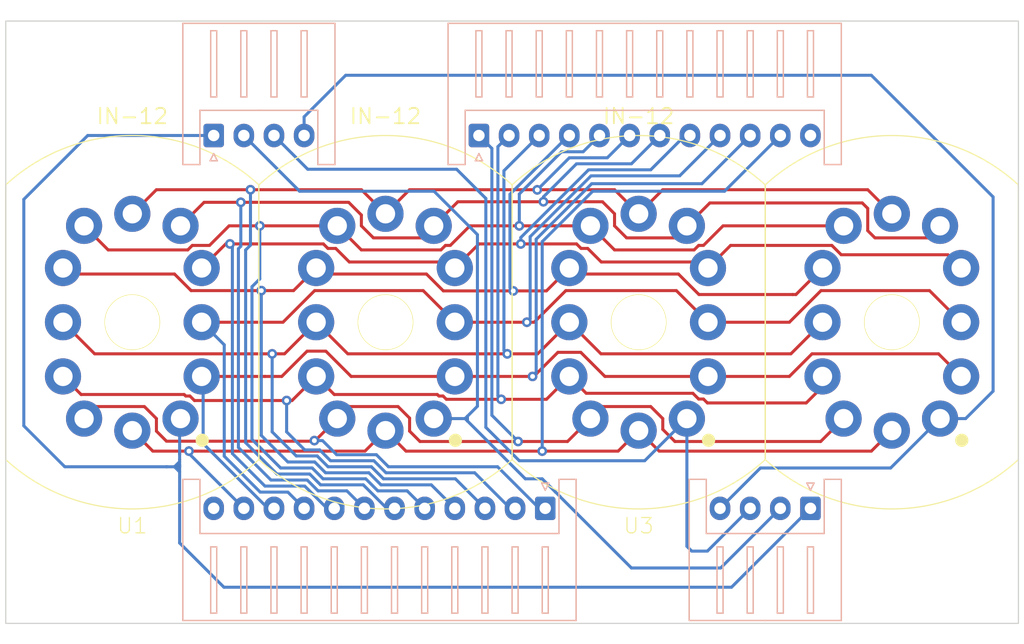
<source format=kicad_pcb>
(kicad_pcb (version 20221018) (generator pcbnew)
  (layers (0 "F.Cu" signal) (31 "B.Cu" signal) (34 "B.Paste" user) (35 "F.Paste" user) (36 "B.SilkS" user "B.Silkscreen") (37 "F.SilkS" user "F.Silkscreen") (38 "B.Mask" user) (39 "F.Mask" user) (44 "Edge.Cuts" user))
  (net 0 "")
  (net 1 "/DIG0")
  (net 2 "/DIG1")
  (net 3 "/DIG2")
  (net 4 "/DIG3")
  (net 5 "/1")
  (net 6 "/2")
  (net 7 "/3")
  (net 8 "/4")
  (net 9 "/5")
  (net 10 "/6")
  (net 11 "/7")
  (net 12 "/8")
  (net 13 "/9")
  (net 14 "/0")
  (net 15 "/LHDP")
  (footprint "MountingHole:MountingHole_3.2mm_M3" (layer "F.Cu") (at 81 3)
    (fp_text reference "" (at 0 -4.2) (layer "F.SilkS"))
    (fp_text value "")
    (pad "" np_thru_hole circle (at 0 0) (size 3.2 3.2) (drill 3.2) (layers "*.Cu" "*.Mask"))
  )
  (footprint "mylib:nixies-IN-12" (layer "F.Cu") (at 73.5 25)
    (fp_text reference "U4" hide)
    (fp_text value "IN-12" hide)
    (pad "" np_thru_hole circle (at 0 0) (size 4.5 4.5) (drill 4.5) (layers "F&B.Cu" "*.Mask"))
    (pad "1" thru_hole circle (at 4 8) (size 3 3) (drill 1.6) (layers "*.Cu" "*.Mask") (net 4 "/DIG3"))
    (pad "2" thru_hole circle (at 5.75 4.5) (size 3 3) (drill 1.6) (layers "*.Cu" "*.Mask") (net 14 "/0"))
    (pad "3" thru_hole circle (at 5.75 0) (size 3 3) (drill 1.6) (layers "*.Cu" "*.Mask") (net 13 "/9"))
    (pad "4" thru_hole circle (at 5.75 -4.5) (size 3 3) (drill 1.6) (layers "*.Cu" "*.Mask") (net 12 "/8"))
    (pad "5" thru_hole circle (at 4 -8) (size 3 3) (drill 1.6) (layers "*.Cu" "*.Mask") (net 11 "/7"))
    (pad "6" thru_hole circle (at 0 -9) (size 3 3) (drill 1.6) (layers "*.Cu" "*.Mask") (net 10 "/6"))
    (pad "7" thru_hole circle (at -4 -8) (size 3 3) (drill 1.6) (layers "*.Cu" "*.Mask") (net 9 "/5"))
    (pad "8" thru_hole circle (at -5.75 -4.5) (size 3 3) (drill 1.6) (layers "*.Cu" "*.Mask") (net 8 "/4"))
    (pad "9" thru_hole circle (at -5.75 0) (size 3 3) (drill 1.6) (layers "*.Cu" "*.Mask") (net 7 "/3"))
    (pad "10" thru_hole circle (at -5.75 4.5) (size 3 3) (drill 1.6) (layers "*.Cu" "*.Mask") (net 6 "/2"))
    (pad "11" thru_hole circle (at -4 8) (size 3 3) (drill 1.6) (layers "*.Cu" "*.Mask") (net 5 "/1"))
    (pad "12" thru_hole circle (at 0 9) (size 3 3) (drill 1.6) (layers "*.Cu" "*.Mask") (net 15 "/LHDP"))
  )
  (footprint "MountingHole:MountingHole_3.2mm_M3" (layer "F.Cu") (at 81 47)
    (fp_text reference "" (at 0 -4.2) (layer "F.SilkS"))
    (fp_text value "")
    (pad "" np_thru_hole circle (at 0 0) (size 3.2 3.2) (drill 3.2) (layers "*.Cu" "*.Mask"))
  )
  (footprint "mylib:nixies-IN-12" (layer "F.Cu") (at 10.5 25)
    (fp_text reference "U1" (at 0 16.9 180) (layer "F.SilkS") (effects (font (size 1.27 1.27) (thickness 0.1016))))
    (fp_text value "IN-12" (at 0 -17.1) (layer "F.SilkS") (effects (font (size 1.27 1.27))))
    (pad "" np_thru_hole circle (at 0 0) (size 4.5 4.5) (drill 4.5) (layers "F&B.Cu" "*.Mask"))
    (pad "1" thru_hole circle (at 4 8) (size 3 3) (drill 1.6) (layers "*.Cu" "*.Mask") (net 1 "/DIG0"))
    (pad "2" thru_hole circle (at 5.75 4.5) (size 3 3) (drill 1.6) (layers "*.Cu" "*.Mask") (net 14 "/0"))
    (pad "3" thru_hole circle (at 5.75 0) (size 3 3) (drill 1.6) (layers "*.Cu" "*.Mask") (net 13 "/9"))
    (pad "4" thru_hole circle (at 5.75 -4.5) (size 3 3) (drill 1.6) (layers "*.Cu" "*.Mask") (net 12 "/8"))
    (pad "5" thru_hole circle (at 4 -8) (size 3 3) (drill 1.6) (layers "*.Cu" "*.Mask") (net 11 "/7"))
    (pad "6" thru_hole circle (at 0 -9) (size 3 3) (drill 1.6) (layers "*.Cu" "*.Mask") (net 10 "/6"))
    (pad "7" thru_hole circle (at -4 -8) (size 3 3) (drill 1.6) (layers "*.Cu" "*.Mask") (net 9 "/5"))
    (pad "8" thru_hole circle (at -5.75 -4.5) (size 3 3) (drill 1.6) (layers "*.Cu" "*.Mask") (net 8 "/4"))
    (pad "9" thru_hole circle (at -5.75 0) (size 3 3) (drill 1.6) (layers "*.Cu" "*.Mask") (net 7 "/3"))
    (pad "10" thru_hole circle (at -5.75 4.5) (size 3 3) (drill 1.6) (layers "*.Cu" "*.Mask") (net 6 "/2"))
    (pad "11" thru_hole circle (at -4 8) (size 3 3) (drill 1.6) (layers "*.Cu" "*.Mask") (net 5 "/1"))
    (pad "12" thru_hole circle (at 0 9) (size 3 3) (drill 1.6) (layers "*.Cu" "*.Mask") (net 15 "/LHDP"))
  )
  (footprint "MountingHole:MountingHole_3.2mm_M3" (layer "F.Cu") (at 3 3)
    (fp_text reference "" (at 0 -4.2) (layer "F.SilkS"))
    (fp_text value "")
    (pad "" np_thru_hole circle (at 0 0) (size 3.2 3.2) (drill 3.2) (layers "*.Cu" "*.Mask"))
  )
  (footprint "mylib:nixies-IN-12" (layer "F.Cu") (at 52.5 25)
    (fp_text reference "U3" (at 0 16.9 180) (layer "F.SilkS") (effects (font (size 1.27 1.27) (thickness 0.1016))))
    (fp_text value "IN-12" (at 0 -17.1) (layer "F.SilkS") (effects (font (size 1.27 1.27))))
    (pad "" np_thru_hole circle (at 0 0) (size 4.5 4.5) (drill 4.5) (layers "F&B.Cu" "*.Mask"))
    (pad "1" thru_hole circle (at 4 8) (size 3 3) (drill 1.6) (layers "*.Cu" "*.Mask") (net 3 "/DIG2"))
    (pad "2" thru_hole circle (at 5.75 4.5) (size 3 3) (drill 1.6) (layers "*.Cu" "*.Mask") (net 14 "/0"))
    (pad "3" thru_hole circle (at 5.75 0) (size 3 3) (drill 1.6) (layers "*.Cu" "*.Mask") (net 13 "/9"))
    (pad "4" thru_hole circle (at 5.75 -4.5) (size 3 3) (drill 1.6) (layers "*.Cu" "*.Mask") (net 12 "/8"))
    (pad "5" thru_hole circle (at 4 -8) (size 3 3) (drill 1.6) (layers "*.Cu" "*.Mask") (net 11 "/7"))
    (pad "6" thru_hole circle (at 0 -9) (size 3 3) (drill 1.6) (layers "*.Cu" "*.Mask") (net 10 "/6"))
    (pad "7" thru_hole circle (at -4 -8) (size 3 3) (drill 1.6) (layers "*.Cu" "*.Mask") (net 9 "/5"))
    (pad "8" thru_hole circle (at -5.75 -4.5) (size 3 3) (drill 1.6) (layers "*.Cu" "*.Mask") (net 8 "/4"))
    (pad "9" thru_hole circle (at -5.75 0) (size 3 3) (drill 1.6) (layers "*.Cu" "*.Mask") (net 7 "/3"))
    (pad "10" thru_hole circle (at -5.75 4.5) (size 3 3) (drill 1.6) (layers "*.Cu" "*.Mask") (net 6 "/2"))
    (pad "11" thru_hole circle (at -4 8) (size 3 3) (drill 1.6) (layers "*.Cu" "*.Mask") (net 5 "/1"))
    (pad "12" thru_hole circle (at 0 9) (size 3 3) (drill 1.6) (layers "*.Cu" "*.Mask") (net 15 "/LHDP"))
  )
  (footprint "mylib:nixies-IN-12" (layer "F.Cu") (at 31.5 25)
    (fp_text reference "U2" hide)
    (fp_text value "IN-12" (at 0 -17.1) (layer "F.SilkS") (effects (font (size 1.27 1.27))))
    (pad "" np_thru_hole circle (at 0 0) (size 4.5 4.5) (drill 4.5) (layers "F&B.Cu" "*.Mask"))
    (pad "1" thru_hole circle (at 4 8) (size 3 3) (drill 1.6) (layers "*.Cu" "*.Mask") (net 2 "/DIG1"))
    (pad "2" thru_hole circle (at 5.75 4.5) (size 3 3) (drill 1.6) (layers "*.Cu" "*.Mask") (net 14 "/0"))
    (pad "3" thru_hole circle (at 5.75 0) (size 3 3) (drill 1.6) (layers "*.Cu" "*.Mask") (net 13 "/9"))
    (pad "4" thru_hole circle (at 5.75 -4.5) (size 3 3) (drill 1.6) (layers "*.Cu" "*.Mask") (net 12 "/8"))
    (pad "5" thru_hole circle (at 4 -8) (size 3 3) (drill 1.6) (layers "*.Cu" "*.Mask") (net 11 "/7"))
    (pad "6" thru_hole circle (at 0 -9) (size 3 3) (drill 1.6) (layers "*.Cu" "*.Mask") (net 10 "/6"))
    (pad "7" thru_hole circle (at -4 -8) (size 3 3) (drill 1.6) (layers "*.Cu" "*.Mask") (net 9 "/5"))
    (pad "8" thru_hole circle (at -5.75 -4.5) (size 3 3) (drill 1.6) (layers "*.Cu" "*.Mask") (net 8 "/4"))
    (pad "9" thru_hole circle (at -5.75 0) (size 3 3) (drill 1.6) (layers "*.Cu" "*.Mask") (net 7 "/3"))
    (pad "10" thru_hole circle (at -5.75 4.5) (size 3 3) (drill 1.6) (layers "*.Cu" "*.Mask") (net 6 "/2"))
    (pad "11" thru_hole circle (at -4 8) (size 3 3) (drill 1.6) (layers "*.Cu" "*.Mask") (net 5 "/1"))
    (pad "12" thru_hole circle (at 0 9) (size 3 3) (drill 1.6) (layers "*.Cu" "*.Mask") (net 15 "/LHDP"))
  )
  (footprint "MountingHole:MountingHole_3.2mm_M3" (layer "F.Cu") (at 3 47)
    (fp_text reference "" (at 0 -4.2) (layer "F.SilkS"))
    (fp_text value "")
    (pad "" np_thru_hole circle (at 0 0) (size 3.2 3.2) (drill 3.2) (layers "*.Cu" "*.Mask"))
  )
  (footprint "Connector_JST:JST_XH_S12B-XH-A_1x12_P2.50mm_Horizontal" (layer "B.Cu") (at 39.25 9.5)
    (fp_text reference "J3" hide)
    (fp_text value "Conn_01x12_Pin")
    (pad "1" thru_hole roundrect (at 0 0) (size 1.7 1.95) (drill 0.95) (layers "*.Cu" "*.Mask") (roundrect_rratio 0.147059) (net 5 "/1"))
    (pad "2" thru_hole oval (at 2.5 0) (size 1.7 1.95) (drill 0.95) (layers "*.Cu" "*.Mask") (net 6 "/2"))
    (pad "3" thru_hole oval (at 5 0) (size 1.7 1.95) (drill 0.95) (layers "*.Cu" "*.Mask") (net 7 "/3"))
    (pad "4" thru_hole oval (at 7.5 0) (size 1.7 1.95) (drill 0.95) (layers "*.Cu" "*.Mask") (net 8 "/4"))
    (pad "5" thru_hole oval (at 10 0) (size 1.7 1.95) (drill 0.95) (layers "*.Cu" "*.Mask") (net 9 "/5"))
    (pad "6" thru_hole oval (at 12.5 0) (size 1.7 1.95) (drill 0.95) (layers "*.Cu" "*.Mask") (net 10 "/6"))
    (pad "7" thru_hole oval (at 15 0) (size 1.7 1.95) (drill 0.95) (layers "*.Cu" "*.Mask") (net 11 "/7"))
    (pad "8" thru_hole oval (at 17.5 0) (size 1.7 1.95) (drill 0.95) (layers "*.Cu" "*.Mask") (net 12 "/8"))
    (pad "9" thru_hole oval (at 20 0) (size 1.7 1.95) (drill 0.95) (layers "*.Cu" "*.Mask") (net 13 "/9"))
    (pad "10" thru_hole oval (at 22.5 0) (size 1.7 1.95) (drill 0.95) (layers "*.Cu" "*.Mask") (net 14 "/0"))
    (pad "11" thru_hole oval (at 25 0) (size 1.7 1.95) (drill 0.95) (layers "*.Cu" "*.Mask") (net 15 "/LHDP"))
    (pad "12" thru_hole oval (at 27.5 0) (size 1.7 1.95) (drill 0.95) (layers "*.Cu" "*.Mask"))
  )
  (footprint "Connector_JST:JST_XH_S12B-XH-A_1x12_P2.50mm_Horizontal" (layer "B.Cu") (at 44.75 40.45 180)
    (fp_text reference "J4" hide)
    (fp_text value "Conn_01x12_Pin")
    (pad "1" thru_hole roundrect (at 0 0 180) (size 1.7 1.95) (drill 0.95) (layers "*.Cu" "*.Mask") (roundrect_rratio 0.147059) (net 5 "/1"))
    (pad "2" thru_hole oval (at 2.5 0 180) (size 1.7 1.95) (drill 0.95) (layers "*.Cu" "*.Mask") (net 6 "/2"))
    (pad "3" thru_hole oval (at 5 0 180) (size 1.7 1.95) (drill 0.95) (layers "*.Cu" "*.Mask") (net 7 "/3"))
    (pad "4" thru_hole oval (at 7.5 0 180) (size 1.7 1.95) (drill 0.95) (layers "*.Cu" "*.Mask") (net 8 "/4"))
    (pad "5" thru_hole oval (at 10 0 180) (size 1.7 1.95) (drill 0.95) (layers "*.Cu" "*.Mask") (net 9 "/5"))
    (pad "6" thru_hole oval (at 12.5 0 180) (size 1.7 1.95) (drill 0.95) (layers "*.Cu" "*.Mask") (net 10 "/6"))
    (pad "7" thru_hole oval (at 15 0 180) (size 1.7 1.95) (drill 0.95) (layers "*.Cu" "*.Mask") (net 11 "/7"))
    (pad "8" thru_hole oval (at 17.5 0 180) (size 1.7 1.95) (drill 0.95) (layers "*.Cu" "*.Mask") (net 12 "/8"))
    (pad "9" thru_hole oval (at 20 0 180) (size 1.7 1.95) (drill 0.95) (layers "*.Cu" "*.Mask") (net 13 "/9"))
    (pad "10" thru_hole oval (at 22.5 0 180) (size 1.7 1.95) (drill 0.95) (layers "*.Cu" "*.Mask") (net 14 "/0"))
    (pad "11" thru_hole oval (at 25 0 180) (size 1.7 1.95) (drill 0.95) (layers "*.Cu" "*.Mask") (net 15 "/LHDP"))
    (pad "12" thru_hole oval (at 27.5 0 180) (size 1.7 1.95) (drill 0.95) (layers "*.Cu" "*.Mask"))
  )
  (footprint "Connector_JST:JST_XH_S4B-XH-A_1x04_P2.50mm_Horizontal" (layer "B.Cu") (at 17.25 9.5)
    (fp_text reference "J1" hide)
    (fp_text value "Conn_01x04_Pin")
    (pad "1" thru_hole roundrect (at 0 0) (size 1.7 1.95) (drill 0.95) (layers "*.Cu" "*.Mask") (roundrect_rratio 0.147059) (net 1 "/DIG0"))
    (pad "2" thru_hole oval (at 2.5 0) (size 1.7 1.95) (drill 0.95) (layers "*.Cu" "*.Mask") (net 2 "/DIG1"))
    (pad "3" thru_hole oval (at 5 0) (size 1.7 1.95) (drill 0.95) (layers "*.Cu" "*.Mask") (net 3 "/DIG2"))
    (pad "4" thru_hole oval (at 7.5 0) (size 1.7 1.95) (drill 0.95) (layers "*.Cu" "*.Mask") (net 4 "/DIG3"))
  )
  (footprint "Connector_JST:JST_XH_S4B-XH-A_1x04_P2.50mm_Horizontal" (layer "B.Cu") (at 66.75 40.45 180)
    (fp_text reference "J2" hide)
    (fp_text value "Conn_01x04_Pin")
    (pad "1" thru_hole roundrect (at 0 0 180) (size 1.7 1.95) (drill 0.95) (layers "*.Cu" "*.Mask") (roundrect_rratio 0.147059) (net 1 "/DIG0"))
    (pad "2" thru_hole oval (at 2.5 0 180) (size 1.7 1.95) (drill 0.95) (layers "*.Cu" "*.Mask") (net 2 "/DIG1"))
    (pad "3" thru_hole oval (at 5 0 180) (size 1.7 1.95) (drill 0.95) (layers "*.Cu" "*.Mask") (net 3 "/DIG2"))
    (pad "4" thru_hole oval (at 7.5 0 180) (size 1.7 1.95) (drill 0.95) (layers "*.Cu" "*.Mask") (net 4 "/DIG3"))
  )
  (gr_rect (start 0 0) (end 84 50) (stroke (width 0.1)) (fill none) (layer "Edge.Cuts"))
  (segment (start 14 37) (end 14.425 37) (width 0.25) (layer "B.Cu") (net 1))
  (segment (start 17.25 9.5) (end 6.8 9.5) (width 0.25) (layer "B.Cu") (net 1))
  (segment (start 66.75 40.45) (end 60.2 47) (width 0.25) (layer "B.Cu") (net 1))
  (segment (start 13.3 37) (end 14 37) (width 0.25) (layer "B.Cu") (net 1))
  (segment (start 18.1 47) (end 14.425 43.325) (width 0.25) (layer "B.Cu") (net 1))
  (segment (start 60.2 47) (end 18.1 47) (width 0.25) (layer "B.Cu") (net 1))
  (segment (start 14.425 33.075) (end 14.5 33) (width 0.25) (layer "B.Cu") (net 1))
  (segment (start 14.425 37) (end 14.425 36.4) (width 0.25) (layer "B.Cu") (net 1))
  (segment (start 14.425 36.575) (end 14 37) (width 0.25) (layer "B.Cu") (net 1))
  (segment (start 1.5 14.8) (end 1.5 33.6) (width 0.25) (layer "B.Cu") (net 1))
  (segment (start 14 37) (end 14.425 37.425) (width 0.25) (layer "B.Cu") (net 1))
  (segment (start 4.9 37) (end 13.4 37) (width 0.25) (layer "B.Cu") (net 1))
  (segment (start 14.425 35.9) (end 14.425 33.075) (width 0.25) (layer "B.Cu") (net 1))
  (segment (start 14.425 36.825) (end 14.425 37) (width 0.25) (layer "B.Cu") (net 1))
  (segment (start 14.425 43.325) (end 14.425 37) (width 0.25) (layer "B.Cu") (net 1))
  (segment (start 14.425 35.9) (end 14.425 35.975) (width 0.25) (layer "B.Cu") (net 1))
  (segment (start 14.425 36.4) (end 14.425 35.9) (width 0.25) (layer "B.Cu") (net 1))
  (segment (start 1.5 33.6) (end 4.9 37) (width 0.25) (layer "B.Cu") (net 1))
  (segment (start 6.8 9.5) (end 1.5 14.8) (width 0.25) (layer "B.Cu") (net 1))
  (segment (start 38.1 33) (end 35.5 33) (width 0.25) (layer "B.Cu") (net 2))
  (segment (start 39.125 17.725) (end 39.125 31.975) (width 0.25) (layer "B.Cu") (net 2))
  (segment (start 24.375 14.125) (end 35.525 14.125) (width 0.25) (layer "B.Cu") (net 2))
  (segment (start 45.6 39.1) (end 44.5 38) (width 0.25) (layer "B.Cu") (net 2))
  (segment (start 51.9 45.4) (end 45.975 39.475) (width 0.25) (layer "B.Cu") (net 2))
  (segment (start 19.75 9.5) (end 24.375 14.125) (width 0.25) (layer "B.Cu") (net 2))
  (segment (start 35.525 14.125) (end 39.125 17.725) (width 0.25) (layer "B.Cu") (net 2))
  (segment (start 44.5 38) (end 43.1 38) (width 0.25) (layer "B.Cu") (net 2))
  (segment (start 43.1 38) (end 38.3 33.2) (width 0.25) (layer "B.Cu") (net 2))
  (segment (start 38.3 33.2) (end 38.1 33) (width 0.25) (layer "B.Cu") (net 2))
  (segment (start 45.975 39.475) (end 45.975 39.466117) (width 0.25) (layer "B.Cu") (net 2))
  (segment (start 45.975 39.466117) (end 45.608883 39.1) (width 0.25) (layer "B.Cu") (net 2))
  (segment (start 38.3 32.8) (end 38.3 33.2) (width 0.25) (layer "B.Cu") (net 2))
  (segment (start 39.125 31.975) (end 38.3 32.8) (width 0.25) (layer "B.Cu") (net 2))
  (segment (start 38.3 32.8) (end 38.1 33) (width 0.25) (layer "B.Cu") (net 2))
  (segment (start 64.25 40.45) (end 59.3 45.4) (width 0.25) (layer "B.Cu") (net 2))
  (segment (start 59.3 45.4) (end 51.9 45.4) (width 0.25) (layer "B.Cu") (net 2))
  (segment (start 45.608883 39.1) (end 45.6 39.1) (width 0.25) (layer "B.Cu") (net 2))
  (segment (start 37.4 12.3) (end 39.823792 14.723792) (width 0.25) (layer "B.Cu") (net 3))
  (segment (start 53 36.5) (end 56.5 33) (width 0.25) (layer "B.Cu") (net 3))
  (segment (start 61.75 40.45) (end 58.2 44) (width 0.25) (layer "B.Cu") (net 3))
  (segment (start 42.6 36.5) (end 53 36.5) (width 0.25) (layer "B.Cu") (net 3))
  (segment (start 56.5 43.6) (end 56.5 33) (width 0.25) (layer "B.Cu") (net 3))
  (segment (start 39.823792 33.723792) (end 42.6 36.5) (width 0.25) (layer "B.Cu") (net 3))
  (segment (start 56.9 44) (end 56.5 43.6) (width 0.25) (layer "B.Cu") (net 3))
  (segment (start 58.2 44) (end 56.9 44) (width 0.25) (layer "B.Cu") (net 3))
  (segment (start 22.25 9.5) (end 25.05 12.3) (width 0.25) (layer "B.Cu") (net 3))
  (segment (start 39.823792 14.723792) (end 39.823792 33.723792) (width 0.25) (layer "B.Cu") (net 3))
  (segment (start 25.05 12.3) (end 37.4 12.3) (width 0.25) (layer "B.Cu") (net 3))
  (segment (start 62.6 37.1) (end 73.4 37.1) (width 0.25) (layer "B.Cu") (net 4))
  (segment (start 71.8 4.5) (end 81.9 14.6) (width 0.25) (layer "B.Cu") (net 4))
  (segment (start 28.2 4.5) (end 71.8 4.5) (width 0.25) (layer "B.Cu") (net 4))
  (segment (start 73.4 37.1) (end 77.5 33) (width 0.25) (layer "B.Cu") (net 4))
  (segment (start 24.75 9.5) (end 24.75 7.95) (width 0.25) (layer "B.Cu") (net 4))
  (segment (start 79.62132 33) (end 77.5 33) (width 0.25) (layer "B.Cu") (net 4))
  (segment (start 81.9 30.72132) (end 79.62132 33) (width 0.25) (layer "B.Cu") (net 4))
  (segment (start 81.9 14.6) (end 81.9 30.72132) (width 0.25) (layer "B.Cu") (net 4))
  (segment (start 59.25 40.45) (end 62.6 37.1) (width 0.25) (layer "B.Cu") (net 4))
  (segment (start 24.75 7.95) (end 28.2 4.5) (width 0.25) (layer "B.Cu") (net 4))
  (segment (start 48.5 33) (end 49.5 32) (width 0.25) (layer "F.Cu") (net 5))
  (segment (start 13.33453 34.875) (end 25.625 34.875) (width 0.25) (layer "F.Cu") (net 5))
  (segment (start 28.5 32) (end 27.5 33) (width 0.25) (layer "F.Cu") (net 5))
  (segment (start 42.5 34.9) (end 34.35953 34.9) (width 0.25) (layer "F.Cu") (net 5))
  (segment (start 46.6 34.9) (end 48.5 33) (width 0.25) (layer "F.Cu") (net 5))
  (segment (start 12.5 33) (end 12.5 34.04047) (width 0.25) (layer "F.Cu") (net 5))
  (segment (start 53.5 32) (end 54.5 33) (width 0.25) (layer "F.Cu") (net 5))
  (segment (start 7.5 32) (end 11.5 32) (width 0.25) (layer "F.Cu") (net 5))
  (segment (start 54.5 33.895235) (end 55.504765 34.9) (width 0.25) (layer "F.Cu") (net 5))
  (segment (start 55.504765 34.9) (end 67.6 34.9) (width 0.25) (layer "F.Cu") (net 5))
  (segment (start 67.6 34.9) (end 69.5 33) (width 0.25) (layer "F.Cu") (net 5))
  (segment (start 54.5 33) (end 54.5 33.895235) (width 0.25) (layer "F.Cu") (net 5))
  (segment (start 49.5 32) (end 53.5 32) (width 0.25) (layer "F.Cu") (net 5))
  (segment (start 11.5 32) (end 12.5 33) (width 0.25) (layer "F.Cu") (net 5))
  (segment (start 12.5 34.04047) (end 13.33453 34.875) (width 0.25) (layer "F.Cu") (net 5))
  (segment (start 34.35953 34.9) (end 33.5 34.04047) (width 0.25) (layer "F.Cu") (net 5))
  (segment (start 33.5 32.95953) (end 32.54047 32) (width 0.25) (layer "F.Cu") (net 5))
  (segment (start 42.5 34.9) (end 46.6 34.9) (width 0.25) (layer "F.Cu") (net 5))
  (segment (start 6.5 33) (end 7.5 32) (width 0.25) (layer "F.Cu") (net 5))
  (segment (start 33.5 34.04047) (end 33.5 32.95953) (width 0.25) (layer "F.Cu") (net 5))
  (segment (start 32.54047 32) (end 28.5 32) (width 0.25) (layer "F.Cu") (net 5))
  (segment (start 25.625 34.875) (end 27.5 33) (width 0.25) (layer "F.Cu") (net 5))
  (via (at 42.5 34.9) (size 0.8) (drill 0.4) (layers "F.Cu" "B.Cu") (net 5))
  (via (at 25.6 34.8255) (size 0.8) (drill 0.4) (layers "F.Cu" "B.Cu") (net 5))
  (segment (start 26.275242 34.8255) (end 27.449742 36) (width 0.25) (layer "B.Cu") (net 5))
  (segment (start 40.8 37) (end 44.25 40.45) (width 0.25) (layer "B.Cu") (net 5))
  (segment (start 44.25 40.45) (end 44.75 40.45) (width 0.25) (layer "B.Cu") (net 5))
  (segment (start 40.323792 32.723792) (end 40.323792 10.573792) (width 0.25) (layer "B.Cu") (net 5))
  (segment (start 27.449742 36) (end 30.746318 36) (width 0.25) (layer "B.Cu") (net 5))
  (segment (start 25.6 34.8255) (end 26.275242 34.8255) (width 0.25) (layer "B.Cu") (net 5))
  (segment (start 40.323792 10.573792) (end 39.25 9.5) (width 0.25) (layer "B.Cu") (net 5))
  (segment (start 42.5 34.9) (end 40.323792 32.723792) (width 0.25) (layer "B.Cu") (net 5))
  (segment (start 31.746318 37) (end 40.8 37) (width 0.25) (layer "B.Cu") (net 5))
  (segment (start 30.746318 36) (end 31.746318 37) (width 0.25) (layer "B.Cu") (net 5))
  (segment (start 36.276651 31.125) (end 36.551651 31.4) (width 0.25) (layer "F.Cu") (net 6))
  (segment (start 44.85 31.4) (end 46.75 29.5) (width 0.25) (layer "F.Cu") (net 6))
  (segment (start 15.651651 31.5) (end 23.75 31.5) (width 0.25) (layer "F.Cu") (net 6))
  (segment (start 67.75 30.35) (end 67.75 29.5) (width 0.25) (layer "F.Cu") (net 6))
  (segment (start 57.875 31.375) (end 57.473349 31.375) (width 0.25) (layer "F.Cu") (net 6))
  (segment (start 4.75 29.5) (end 6.25 31) (width 0.25) (layer "F.Cu") (net 6))
  (segment (start 35.8 31) (end 35.925 31.125) (width 0.25) (layer "F.Cu") (net 6))
  (segment (start 66.4 31.7) (end 67.75 30.35) (width 0.25) (layer "F.Cu") (net 6))
  (segment (start 56.998349 30.9) (end 48.15 30.9) (width 0.25) (layer "F.Cu") (net 6))
  (segment (start 27.25 31) (end 35.8 31) (width 0.25) (layer "F.Cu") (net 6))
  (segment (start 15.276651 31.125) (end 15.651651 31.5) (width 0.25) (layer "F.Cu") (net 6))
  (segment (start 48.15 30.9) (end 46.75 29.5) (width 0.25) (layer "F.Cu") (net 6))
  (segment (start 66.4 31.7) (end 58.2 31.7) (width 0.25) (layer "F.Cu") (net 6))
  (segment (start 35.925 31.125) (end 36.276651 31.125) (width 0.25) (layer "F.Cu") (net 6))
  (segment (start 36.551651 31.4) (end 44.85 31.4) (width 0.25) (layer "F.Cu") (net 6))
  (segment (start 14.8 31) (end 14.925 31.125) (width 0.25) (layer "F.Cu") (net 6))
  (segment (start 23.75 31.5) (end 25.75 29.5) (width 0.25) (layer "F.Cu") (net 6))
  (segment (start 14.925 31.125) (end 15.276651 31.125) (width 0.25) (layer "F.Cu") (net 6))
  (segment (start 57.473349 31.375) (end 56.998349 30.9) (width 0.25) (layer "F.Cu") (net 6))
  (segment (start 58.2 31.7) (end 57.875 31.375) (width 0.25) (layer "F.Cu") (net 6))
  (segment (start 6.25 31) (end 14.8 31) (width 0.25) (layer "F.Cu") (net 6))
  (segment (start 25.75 29.5) (end 27.25 31) (width 0.25) (layer "F.Cu") (net 6))
  (via (at 41.098292 31.4) (size 0.8) (drill 0.4) (layers "F.Cu" "B.Cu") (net 6))
  (via (at 23.3 31.5) (size 0.8) (drill 0.4) (layers "F.Cu" "B.Cu") (net 6))
  (segment (start 40.823792 10.426208) (end 41.75 9.5) (width 0.25) (layer "B.Cu") (net 6))
  (segment (start 38.9 37.5) (end 41.85 40.45) (width 0.25) (layer "B.Cu") (net 6))
  (segment (start 30.539214 36.5) (end 31.539212 37.5) (width 0.25) (layer "B.Cu") (net 6))
  (segment (start 24.8 35.6) (end 26.042636 35.6) (width 0.25) (layer "B.Cu") (net 6))
  (segment (start 26.042636 35.6) (end 26.942636 36.5) (width 0.25) (layer "B.Cu") (net 6))
  (segment (start 23.3 31.5) (end 23.3 34.1) (width 0.25) (layer "B.Cu") (net 6))
  (segment (start 41.85 40.45) (end 42.25 40.45) (width 0.25) (layer "B.Cu") (net 6))
  (segment (start 41.098292 31.4) (end 40.823792 31.1255) (width 0.25) (layer "B.Cu") (net 6))
  (segment (start 23.3 34.1) (end 24.8 35.6) (width 0.25) (layer "B.Cu") (net 6))
  (segment (start 40.823792 31.1255) (end 40.823792 10.426208) (width 0.25) (layer "B.Cu") (net 6))
  (segment (start 31.539212 37.5) (end 38.9 37.5) (width 0.25) (layer "B.Cu") (net 6))
  (segment (start 26.942636 36.5) (end 30.539214 36.5) (width 0.25) (layer "B.Cu") (net 6))
  (segment (start 23.125 27.625) (end 25.75 25) (width 0.25) (layer "F.Cu") (net 7))
  (segment (start 65.125 27.625) (end 67.75 25) (width 0.25) (layer "F.Cu") (net 7))
  (segment (start 46.75 25) (end 49.375 27.625) (width 0.25) (layer "F.Cu") (net 7))
  (segment (start 4.75 25) (end 7.375 27.625) (width 0.25) (layer "F.Cu") (net 7))
  (segment (start 49.375 27.625) (end 65.125 27.625) (width 0.25) (layer "F.Cu") (net 7))
  (segment (start 44.125 27.625) (end 46.75 25) (width 0.25) (layer "F.Cu") (net 7))
  (segment (start 7.375 27.625) (end 23.125 27.625) (width 0.25) (layer "F.Cu") (net 7))
  (segment (start 28.375 27.625) (end 44.125 27.625) (width 0.25) (layer "F.Cu") (net 7))
  (segment (start 25.75 25) (end 28.375 27.625) (width 0.25) (layer "F.Cu") (net 7))
  (via (at 41.598292 27.625) (size 0.8) (drill 0.4) (layers "F.Cu" "B.Cu") (net 7))
  (via (at 22.1 27.625) (size 0.8) (drill 0.4) (layers "F.Cu" "B.Cu") (net 7))
  (segment (start 41.323792 27.3505) (end 41.323792 12.426208) (width 0.25) (layer "B.Cu") (net 7))
  (segment (start 41.598292 27.625) (end 41.323792 27.3505) (width 0.25) (layer "B.Cu") (net 7))
  (segment (start 25.83553 36.1) (end 26.73553 37) (width 0.25) (layer "B.Cu") (net 7))
  (segment (start 41.323792 12.426208) (end 44.25 9.5) (width 0.25) (layer "B.Cu") (net 7))
  (segment (start 22.1 34.1) (end 24.1 36.1) (width 0.25) (layer "B.Cu") (net 7))
  (segment (start 30.332107 37) (end 31.332106 38) (width 0.25) (layer "B.Cu") (net 7))
  (segment (start 31.332106 38) (end 37.3 38) (width 0.25) (layer "B.Cu") (net 7))
  (segment (start 26.73553 37) (end 30.332107 37) (width 0.25) (layer "B.Cu") (net 7))
  (segment (start 37.3 38) (end 39.75 40.45) (width 0.25) (layer "B.Cu") (net 7))
  (segment (start 22.1 27.625) (end 22.1 34.1) (width 0.25) (layer "B.Cu") (net 7))
  (segment (start 24.1 36.1) (end 25.83553 36.1) (width 0.25) (layer "B.Cu") (net 7))
  (segment (start 15.375 22.375) (end 23.875 22.375) (width 0.25) (layer "F.Cu") (net 8))
  (segment (start 4.75 20.5) (end 5.25 21) (width 0.25) (layer "F.Cu") (net 8))
  (segment (start 26.25 21) (end 34.9 21) (width 0.25) (layer "F.Cu") (net 8))
  (segment (start 34.9 21) (end 36.3 22.4) (width 0.25) (layer "F.Cu") (net 8))
  (segment (start 55.8 21) (end 47.25 21) (width 0.25) (layer "F.Cu") (net 8))
  (segment (start 44.85 22.4) (end 46.75 20.5) (width 0.25) (layer "F.Cu") (net 8))
  (segment (start 25.75 20.5) (end 26.25 21) (width 0.25) (layer "F.Cu") (net 8))
  (segment (start 65.2745 22.7) (end 57.5 22.7) (width 0.25) (layer "F.Cu") (net 8))
  (segment (start 65.2745 22.7) (end 65.55 22.7) (width 0.25) (layer "F.Cu") (net 8))
  (segment (start 36.3 22.4) (end 44.85 22.4) (width 0.25) (layer "F.Cu") (net 8))
  (segment (start 5.25 21) (end 14 21) (width 0.25) (layer "F.Cu") (net 8))
  (segment (start 23.875 22.375) (end 25.75 20.5) (width 0.25) (layer "F.Cu") (net 8))
  (segment (start 14 21) (end 15.375 22.375) (width 0.25) (layer "F.Cu") (net 8))
  (segment (start 57.5 22.7) (end 55.8 21) (width 0.25) (layer "F.Cu") (net 8))
  (segment (start 47.25 21) (end 46.75 20.5) (width 0.25) (layer "F.Cu") (net 8))
  (segment (start 65.55 22.7) (end 67.75 20.5) (width 0.25) (layer "F.Cu") (net 8))
  (via (at 42.098292 22.4) (size 0.8) (drill 0.4) (layers "F.Cu" "B.Cu") (net 8))
  (via (at 21.2 22.375) (size 0.8) (drill 0.4) (layers "F.Cu" "B.Cu") (net 8))
  (segment (start 31.125 38.5) (end 35.3 38.5) (width 0.25) (layer "B.Cu") (net 8))
  (segment (start 21.2 22.375) (end 21.2 34.4) (width 0.25) (layer "B.Cu") (net 8))
  (segment (start 30.125 37.5) (end 31.125 38.5) (width 0.25) (layer "B.Cu") (net 8))
  (segment (start 21.2 34.4) (end 23.4 36.6) (width 0.25) (layer "B.Cu") (net 8))
  (segment (start 42.098292 22.4) (end 41.823792 22.1255) (width 0.25) (layer "B.Cu") (net 8))
  (segment (start 46.7 9.5) (end 46.75 9.5) (width 0.25) (layer "B.Cu") (net 8))
  (segment (start 26.528424 37.5) (end 30.125 37.5) (width 0.25) (layer "B.Cu") (net 8))
  (segment (start 35.3 38.5) (end 37.25 40.45) (width 0.25) (layer "B.Cu") (net 8))
  (segment (start 41.823792 22.1255) (end 41.823792 14.376208) (width 0.25) (layer "B.Cu") (net 8))
  (segment (start 41.823792 14.376208) (end 46.7 9.5) (width 0.25) (layer "B.Cu") (net 8))
  (segment (start 23.4 36.6) (end 25.628424 36.6) (width 0.25) (layer "B.Cu") (net 8))
  (segment (start 25.628424 36.6) (end 26.528424 37.5) (width 0.25) (layer "B.Cu") (net 8))
  (segment (start 15.473349 18.625) (end 16.901651 18.625) (width 0.25) (layer "F.Cu") (net 9))
  (segment (start 16.901651 18.625) (end 18.526651 17) (width 0.25) (layer "F.Cu") (net 9))
  (segment (start 50.5 19) (end 57.098349 19) (width 0.25) (layer "F.Cu") (net 9))
  (segment (start 36.098349 19) (end 36.473349 18.625) (width 0.25) (layer "F.Cu") (net 9))
  (segment (start 29.5 19) (end 36.098349 19) (width 0.25) (layer "F.Cu") (net 9))
  (segment (start 18.526651 17) (end 27.5 17) (width 0.25) (layer "F.Cu") (net 9))
  (segment (start 27.5 17) (end 29.5 19) (width 0.25) (layer "F.Cu") (net 9))
  (segment (start 57.473349 18.625) (end 57.875 18.625) (width 0.25) (layer "F.Cu") (net 9))
  (segment (start 57.098349 19) (end 57.473349 18.625) (width 0.25) (layer "F.Cu") (net 9))
  (segment (start 36.473349 18.625) (end 36.875 18.625) (width 0.25) (layer "F.Cu") (net 9))
  (segment (start 15.098349 19) (end 15.473349 18.625) (width 0.25) (layer "F.Cu") (net 9))
  (segment (start 6.5 17) (end 8.5 19) (width 0.25) (layer "F.Cu") (net 9))
  (segment (start 59.5 17) (end 69.5 17) (width 0.25) (layer "F.Cu") (net 9))
  (segment (start 38.5 17) (end 48.5 17) (width 0.25) (layer "F.Cu") (net 9))
  (segment (start 8.5 19) (end 15.098349 19) (width 0.25) (layer "F.Cu") (net 9))
  (segment (start 57.875 18.625) (end 59.5 17) (width 0.25) (layer "F.Cu") (net 9))
  (segment (start 48.5 17) (end 50.5 19) (width 0.25) (layer "F.Cu") (net 9))
  (segment (start 36.875 18.625) (end 38.5 17) (width 0.25) (layer "F.Cu") (net 9))
  (via (at 21.0745 17) (size 0.8) (drill 0.4) (layers "F.Cu" "B.Cu") (net 9))
  (via (at 42.598292 16.999293) (size 0.8) (drill 0.4) (layers "F.Cu" "B.Cu") (net 9))
  (segment (start 42.6 14.356399) (end 46.106399 10.85) (width 0.25) (layer "B.Cu") (net 9))
  (segment (start 21.0745 21.404484) (end 21.0745 17) (width 0.25) (layer "B.Cu") (net 9))
  (segment (start 29.864518 38) (end 26.321318 38) (width 0.25) (layer "B.Cu") (net 9))
  (segment (start 46.106399 10.85) (end 47.9 10.85) (width 0.25) (layer "B.Cu") (net 9))
  (segment (start 30.864518 39) (end 29.864518 38) (width 0.25) (layer "B.Cu") (net 9))
  (segment (start 42.6 16.997585) (end 42.6 14.356399) (width 0.25) (layer "B.Cu") (net 9))
  (segment (start 42.598292 16.999293) (end 42.6 16.997585) (width 0.25) (layer "B.Cu") (net 9))
  (segment (start 33.3 39) (end 30.864518 39) (width 0.25) (layer "B.Cu") (net 9))
  (segment (start 47.9 10.85) (end 49.25 9.5) (width 0.25) (layer "B.Cu") (net 9))
  (segment (start 20.425 34.725) (end 20.425 22.053984) (width 0.25) (layer "B.Cu") (net 9))
  (segment (start 26.321318 38) (end 25.421318 37.1) (width 0.25) (layer "B.Cu") (net 9))
  (segment (start 20.425 22.053984) (end 21.0745 21.404484) (width 0.25) (layer "B.Cu") (net 9))
  (segment (start 34.75 40.45) (end 33.3 39) (width 0.25) (layer "B.Cu") (net 9))
  (segment (start 25.421318 37.1) (end 22.8 37.1) (width 0.25) (layer "B.Cu") (net 9))
  (segment (start 22.8 37.1) (end 20.425 34.725) (width 0.25) (layer "B.Cu") (net 9))
  (segment (start 29.5 14) (end 31.5 16) (width 0.25) (layer "F.Cu") (net 10))
  (segment (start 71.5 14) (end 73.5 16) (width 0.25) (layer "F.Cu") (net 10))
  (segment (start 12.5 14) (end 20.3 14) (width 0.25) (layer "F.Cu") (net 10))
  (segment (start 33.5 14) (end 50.5 14) (width 0.25) (layer "F.Cu") (net 10))
  (segment (start 31.5 16) (end 33.5 14) (width 0.25) (layer "F.Cu") (net 10))
  (segment (start 20.3 14) (end 29.5 14) (width 0.25) (layer "F.Cu") (net 10))
  (segment (start 52.5 16) (end 54.5 14) (width 0.25) (layer "F.Cu") (net 10))
  (segment (start 54.5 14) (end 71.5 14) (width 0.25) (layer "F.Cu") (net 10))
  (segment (start 10.5 16) (end 12.5 14) (width 0.25) (layer "F.Cu") (net 10))
  (segment (start 50.5 14) (end 52.5 16) (width 0.25) (layer "F.Cu") (net 10))
  (via (at 44.088408 14.012299) (size 0.8) (drill 0.4) (layers "F.Cu" "B.Cu") (net 10))
  (via (at 20.3 14) (size 0.8) (drill 0.4) (layers "F.Cu" "B.Cu") (net 10))
  (segment (start 32.25 40.45) (end 31.607412 40.45) (width 0.25) (layer "B.Cu") (net 10))
  (segment (start 19.9 19.003122) (end 20.3 18.603122) (width 0.25) (layer "B.Cu") (net 10))
  (segment (start 44.088408 14.012299) (end 44.088408 14.011592) (width 0.25) (layer "B.Cu") (net 10))
  (segment (start 20.3 18.603122) (end 20.3 14) (width 0.25) (layer "B.Cu") (net 10))
  (segment (start 46.75 11.35) (end 49.9 11.35) (width 0.25) (layer "B.Cu") (net 10))
  (segment (start 29.657412 38.5) (end 26.114212 38.5) (width 0.25) (layer "B.Cu") (net 10))
  (segment (start 49.9 11.35) (end 51.75 9.5) (width 0.25) (layer "B.Cu") (net 10))
  (segment (start 25.214212 37.6) (end 22.5 37.6) (width 0.25) (layer "B.Cu") (net 10))
  (segment (start 19.9 35) (end 19.9 19.003122) (width 0.25) (layer "B.Cu") (net 10))
  (segment (start 22.5 37.6) (end 19.9 35) (width 0.25) (layer "B.Cu") (net 10))
  (segment (start 26.114212 38.5) (end 25.214212 37.6) (width 0.25) (layer "B.Cu") (net 10))
  (segment (start 44.088408 14.011592) (end 46.75 11.35) (width 0.25) (layer "B.Cu") (net 10))
  (segment (start 31.607412 40.45) (end 29.657412 38.5) (width 0.25) (layer "B.Cu") (net 10))
  (segment (start 34.5 18) (end 35.5 17) (width 0.25) (layer "F.Cu") (net 11))
  (segment (start 72.1 18) (end 76.5 18) (width 0.25) (layer "F.Cu") (net 11))
  (segment (start 71.5 17.4) (end 72.1 18) (width 0.25) (layer "F.Cu") (net 11))
  (segment (start 28.444679 15.044679) (end 29.5 16.1) (width 0.25) (layer "F.Cu") (net 11))
  (segment (start 16.455321 15.044679) (end 14.5 17) (width 0.25) (layer "F.Cu") (net 11))
  (segment (start 56.5 17) (end 58.4 15.1) (width 0.25) (layer "F.Cu") (net 11))
  (segment (start 19.5 15.044679) (end 16.455321 15.044679) (width 0.25) (layer "F.Cu") (net 11))
  (segment (start 51.5 18) (end 55.5 18) (width 0.25) (layer "F.Cu") (net 11))
  (segment (start 55.5 18) (end 56.5 17) (width 0.25) (layer "F.Cu") (net 11))
  (segment (start 44.598792 14.998792) (end 44.597584 15) (width 0.25) (layer "F.Cu") (net 11))
  (segment (start 29.5 17) (end 30.5 18) (width 0.25) (layer "F.Cu") (net 11))
  (segment (start 29.5 16.1) (end 29.5 17) (width 0.25) (layer "F.Cu") (net 11))
  (segment (start 37.5 15) (end 35.5 17) (width 0.25) (layer "F.Cu") (net 11))
  (segment (start 50.5 16) (end 50.5 17) (width 0.25) (layer "F.Cu") (net 11))
  (segment (start 44.6 15) (end 49.5 15) (width 0.25) (layer "F.Cu") (net 11))
  (segment (start 76.5 18) (end 77.5 17) (width 0.25) (layer "F.Cu") (net 11))
  (segment (start 44.598792 14.998792) (end 44.6 15) (width 0.25) (layer "F.Cu") (net 11))
  (segment (start 49.5 15) (end 50.5 16) (width 0.25) (layer "F.Cu") (net 11))
  (segment (start 30.5 18) (end 34.5 18) (width 0.25) (layer "F.Cu") (net 11))
  (segment (start 19.5 15.044679) (end 28.444679 15.044679) (width 0.25) (layer "F.Cu") (net 11))
  (segment (start 71.05 15.1) (end 71.5 15.55) (width 0.25) (layer "F.Cu") (net 11))
  (segment (start 58.4 15.1) (end 71.05 15.1) (width 0.25) (layer "F.Cu") (net 11))
  (segment (start 44.597584 15) (end 37.5 15) (width 0.25) (layer "F.Cu") (net 11))
  (segment (start 71.5 15.55) (end 71.5 17.4) (width 0.25) (layer "F.Cu") (net 11))
  (segment (start 50.5 17) (end 51.5 18) (width 0.25) (layer "F.Cu") (net 11))
  (via (at 19.5 15.044679) (size 0.8) (drill 0.4) (layers "F.Cu" "B.Cu") (net 11))
  (via (at 44.598792 14.998792) (size 0.8) (drill 0.4) (layers "F.Cu" "B.Cu") (net 11))
  (segment (start 19.5 18.696015) (end 19.3 18.896015) (width 0.25) (layer "B.Cu") (net 11))
  (segment (start 19.3 18.896015) (end 19.3 35.4) (width 0.25) (layer "B.Cu") (net 11))
  (segment (start 44.598792 14.597224) (end 47.346016 11.85) (width 0.25) (layer "B.Cu") (net 11))
  (segment (start 22 38.1) (end 25.007106 38.1) (width 0.25) (layer "B.Cu") (net 11))
  (segment (start 25.007106 38.1) (end 25.907106 39) (width 0.25) (layer "B.Cu") (net 11))
  (segment (start 19.5 15.044679) (end 19.5 18.696015) (width 0.25) (layer "B.Cu") (net 11))
  (segment (start 25.907106 39) (end 28.3 39) (width 0.25) (layer "B.Cu") (net 11))
  (segment (start 28.3 39) (end 29.75 40.45) (width 0.25) (layer "B.Cu") (net 11))
  (segment (start 47.346016 11.85) (end 51.9 11.85) (width 0.25) (layer "B.Cu") (net 11))
  (segment (start 19.3 35.4) (end 22 38.1) (width 0.25) (layer "B.Cu") (net 11))
  (segment (start 44.598792 14.998792) (end 44.598792 14.597224) (width 0.25) (layer "B.Cu") (net 11))
  (segment (start 51.9 11.85) (end 54.25 9.5) (width 0.25) (layer "B.Cu") (net 11))
  (segment (start 69.301651 19.4) (end 78.15 19.4) (width 0.25) (layer "F.Cu") (net 12))
  (segment (start 48.275 18.875) (end 49.4 20) (width 0.25) (layer "F.Cu") (net 12))
  (segment (start 42.7255 18.5) (end 47.348349 18.5) (width 0.25) (layer "F.Cu") (net 12))
  (segment (start 49.4 20) (end 57.75 20) (width 0.25) (layer "F.Cu") (net 12))
  (segment (start 42.7255 18.5) (end 39.25 18.5) (width 0.25) (layer "F.Cu") (net 12))
  (segment (start 18.25 18.5) (end 18.6 18.5) (width 0.25) (layer "F.Cu") (net 12))
  (segment (start 57.75 20) (end 58.25 20.5) (width 0.25) (layer "F.Cu") (net 12))
  (segment (start 78.15 19.4) (end 79.25 20.5) (width 0.25) (layer "F.Cu") (net 12))
  (segment (start 20.5 18.5) (end 26.348349 18.5) (width 0.25) (layer "F.Cu") (net 12))
  (segment (start 18.6 18.5) (end 20.5 18.5) (width 0.25) (layer "F.Cu") (net 12))
  (segment (start 39.25 18.5) (end 37.25 20.5) (width 0.25) (layer "F.Cu") (net 12))
  (segment (start 68.526651 18.625) (end 69.301651 19.4) (width 0.25) (layer "F.Cu") (net 12))
  (segment (start 26.723349 18.875) (end 27.375 18.875) (width 0.25) (layer "F.Cu") (net 12))
  (segment (start 26.348349 18.5) (end 26.723349 18.875) (width 0.25) (layer "F.Cu") (net 12))
  (segment (start 27.375 18.875) (end 28.5 20) (width 0.25) (layer "F.Cu") (net 12))
  (segment (start 28.5 20) (end 36.75 20) (width 0.25) (layer "F.Cu") (net 12))
  (segment (start 58.25 20.5) (end 60.125 18.625) (width 0.25) (layer "F.Cu") (net 12))
  (segment (start 36.75 20) (end 37.25 20.5) (width 0.25) (layer "F.Cu") (net 12))
  (segment (start 47.348349 18.5) (end 47.723349 18.875) (width 0.25) (layer "F.Cu") (net 12))
  (segment (start 16.25 20.5) (end 18.25 18.5) (width 0.25) (layer "F.Cu") (net 12))
  (segment (start 60.125 18.625) (end 68.526651 18.625) (width 0.25) (layer "F.Cu") (net 12))
  (segment (start 47.723349 18.875) (end 48.275 18.875) (width 0.25) (layer "F.Cu") (net 12))
  (via (at 42.7255 18.5) (size 0.8) (drill 0.4) (layers "F.Cu" "B.Cu") (net 12))
  (via (at 18.6 18.5) (size 0.8) (drill 0.4) (layers "F.Cu" "B.Cu") (net 12))
  (segment (start 18.8 18.7) (end 18.6 18.5) (width 0.25) (layer "B.Cu") (net 12))
  (segment (start 56.348349 9.5) (end 56.75 9.5) (width 0.25) (layer "B.Cu") (net 12))
  (segment (start 48.342894 12.35) (end 53.498349 12.35) (width 0.25) (layer "B.Cu") (net 12))
  (segment (start 42.7255 17.967394) (end 48.342894 12.35) (width 0.25) (layer "B.Cu") (net 12))
  (segment (start 27.25 40.45) (end 26.65 40.45) (width 0.25) (layer "B.Cu") (net 12))
  (segment (start 21.5 38.6) (end 18.8 35.9) (width 0.25) (layer "B.Cu") (net 12))
  (segment (start 42.7255 18.5) (end 42.7255 17.967394) (width 0.25) (layer "B.Cu") (net 12))
  (segment (start 26.65 40.45) (end 24.8 38.6) (width 0.25) (layer "B.Cu") (net 12))
  (segment (start 53.498349 12.35) (end 56.348349 9.5) (width 0.25) (layer "B.Cu") (net 12))
  (segment (start 18.8 35.9) (end 18.8 18.7) (width 0.25) (layer "B.Cu") (net 12))
  (segment (start 24.8 38.6) (end 21.5 38.6) (width 0.25) (layer "B.Cu") (net 12))
  (segment (start 55.625 22.375) (end 58.25 25) (width 0.25) (layer "F.Cu") (net 13))
  (segment (start 25.625 22.375) (end 34.625 22.375) (width 0.25) (layer "F.Cu") (net 13))
  (segment (start 46.45953 22.375) (end 55.625 22.375) (width 0.25) (layer "F.Cu") (net 13))
  (segment (start 58.25 25) (end 65 25) (width 0.25) (layer "F.Cu") (net 13))
  (segment (start 67.625 22.375) (end 76.625 22.375) (width 0.25) (layer "F.Cu") (net 13))
  (segment (start 43.83453 25) (end 46.45953 22.375) (width 0.25) (layer "F.Cu") (net 13))
  (segment (start 16.25 25) (end 21 25) (width 0.25) (layer "F.Cu") (net 13))
  (segment (start 43.2255 25) (end 43.83453 25) (width 0.25) (layer "F.Cu") (net 13))
  (segment (start 65 25) (end 67.625 22.375) (width 0.25) (layer "F.Cu") (net 13))
  (segment (start 34.625 22.375) (end 37.25 25) (width 0.25) (layer "F.Cu") (net 13))
  (segment (start 23 25) (end 25.625 22.375) (width 0.25) (layer "F.Cu") (net 13))
  (segment (start 37.25 25) (end 43.2255 25) (width 0.25) (layer "F.Cu") (net 13))
  (segment (start 76.625 22.375) (end 79.25 25) (width 0.25) (layer "F.Cu") (net 13))
  (segment (start 21 25) (end 23 25) (width 0.25) (layer "F.Cu") (net 13))
  (via (at 43.2255 25) (size 0.8) (drill 0.4) (layers "F.Cu" "B.Cu") (net 13))
  (segment (start 21.107106 39.1) (end 18.125 36.117894) (width 0.25) (layer "B.Cu") (net 13))
  (segment (start 23.4 39.1) (end 21.107106 39.1) (width 0.25) (layer "B.Cu") (net 13))
  (segment (start 24.75 40.45) (end 23.4 39.1) (width 0.25) (layer "B.Cu") (net 13))
  (segment (start 55.9 12.85) (end 59.25 9.5) (width 0.25) (layer "B.Cu") (net 13))
  (segment (start 18.125 26.875) (end 16.25 25) (width 0.25) (layer "B.Cu") (net 13))
  (segment (start 18.125 36.117894) (end 18.125 26.875) (width 0.25) (layer "B.Cu") (net 13))
  (segment (start 43.5 24.7255) (end 43.5 17.899999) (width 0.25) (layer "B.Cu") (net 13))
  (segment (start 43.2255 25) (end 43.5 24.7255) (width 0.25) (layer "B.Cu") (net 13))
  (segment (start 43.5 17.899999) (end 48.55 12.85) (width 0.25) (layer "B.Cu") (net 13))
  (segment (start 48.55 12.85) (end 55.9 12.85) (width 0.25) (layer "B.Cu") (net 13))
  (segment (start 21.5 29.5) (end 22.9 29.5) (width 0.25) (layer "F.Cu") (net 14))
  (segment (start 58.25 29.5) (end 65 29.5) (width 0.25) (layer "F.Cu") (net 14))
  (segment (start 47.7 27.5) (end 49.7 29.5) (width 0.25) (layer "F.Cu") (net 14))
  (segment (start 43.7 29.5) (end 43.8 29.5) (width 0.25) (layer "F.Cu") (net 14))
  (segment (start 37.25 29.5) (end 43.7 29.5) (width 0.25) (layer "F.Cu") (net 14))
  (segment (start 25 27.4) (end 26.55 27.4) (width 0.25) (layer "F.Cu") (net 14))
  (segment (start 16.25 29.5) (end 21.5 29.5) (width 0.25) (layer "F.Cu") (net 14))
  (segment (start 43.8 29.5) (end 45.8 27.5) (width 0.25) (layer "F.Cu") (net 14))
  (segment (start 28.65 29.5) (end 37.25 29.5) (width 0.25) (layer "F.Cu") (net 14))
  (segment (start 77.375 27.625) (end 79.25 29.5) (width 0.25) (layer "F.Cu") (net 14))
  (segment (start 22.9 29.5) (end 25 27.4) (width 0.25) (layer "F.Cu") (net 14))
  (segment (start 65 29.5) (end 66.875 27.625) (width 0.25) (layer "F.Cu") (net 14))
  (segment (start 66.875 27.625) (end 77.375 27.625) (width 0.25) (layer "F.Cu") (net 14))
  (segment (start 26.55 27.4) (end 28.65 29.5) (width 0.25) (layer "F.Cu") (net 14))
  (segment (start 49.7 29.5) (end 58.25 29.5) (width 0.25) (layer "F.Cu") (net 14))
  (segment (start 45.8 27.5) (end 47.7 27.5) (width 0.25) (layer "F.Cu") (net 14))
  (via (at 43.7 29.5) (size 0.8) (drill 0.4) (layers "F.Cu" "B.Cu") (net 14))
  (segment (start 22.25 40.45) (end 21.75 40.45) (width 0.25) (layer "B.Cu") (net 14))
  (segment (start 16.375 35.075) (end 16.375 29.625) (width 0.25) (layer "B.Cu") (net 14))
  (segment (start 44 29.2) (end 44 18.107106) (width 0.25) (layer "B.Cu") (net 14))
  (segment (start 57.75 13.5) (end 61.75 9.5) (width 0.25) (layer "B.Cu") (net 14))
  (segment (start 44 18.107106) (end 48.607106 13.5) (width 0.25) (layer "B.Cu") (net 14))
  (segment (start 16.375 29.625) (end 16.25 29.5) (width 0.25) (layer "B.Cu") (net 14))
  (segment (start 43.7 29.5) (end 44 29.2) (width 0.25) (layer "B.Cu") (net 14))
  (segment (start 21.75 40.45) (end 16.375 35.075) (width 0.25) (layer "B.Cu") (net 14))
  (segment (start 48.607106 13.5) (end 57.75 13.5) (width 0.25) (layer "B.Cu") (net 14))
  (segment (start 71.8 35.7) (end 73.5 34) (width 0.25) (layer "F.Cu") (net 15))
  (segment (start 29.8 35.7) (end 31.5 34) (width 0.25) (layer "F.Cu") (net 15))
  (segment (start 54.2 35.7) (end 71.8 35.7) (width 0.25) (layer "F.Cu") (net 15))
  (segment (start 31.5 34) (end 33.2 35.7) (width 0.25) (layer "F.Cu") (net 15))
  (segment (start 15.2 35.7) (end 29.8 35.7) (width 0.25) (layer "F.Cu") (net 15))
  (segment (start 12.2 35.7) (end 15.2 35.7) (width 0.25) (layer "F.Cu") (net 15))
  (segment (start 50.8 35.7) (end 52.5 34) (width 0.25) (layer "F.Cu") (net 15))
  (segment (start 33.2 35.7) (end 50.8 35.7) (width 0.25) (layer "F.Cu") (net 15))
  (segment (start 52.5 34) (end 54.2 35.7) (width 0.25) (layer "F.Cu") (net 15))
  (segment (start 10.5 34) (end 12.2 35.7) (width 0.25) (layer "F.Cu") (net 15))
  (via (at 15.2 35.7) (size 0.8) (drill 0.4) (layers "F.Cu" "B.Cu") (net 15))
  (via (at 44.5 35.7) (size 0.8) (drill 0.4) (layers "F.Cu" "B.Cu") (net 15))
  (segment (start 48.689212 14.125) (end 59.625 14.125) (width 0.25) (layer "B.Cu") (net 15))
  (segment (start 44.5 18.314212) (end 48.689212 14.125) (width 0.25) (layer "B.Cu") (net 15))
  (segment (start 15.2 35.9) (end 15.2 35.7) (width 0.25) (layer "B.Cu") (net 15))
  (segment (start 59.625 14.125) (end 64.25 9.5) (width 0.25) (layer "B.Cu") (net 15))
  (segment (start 44.5 35.7) (end 44.5 18.314212) (width 0.25) (layer "B.Cu") (net 15))
  (segment (start 19.75 40.45) (end 15.2 35.9) (width 0.25) (layer "B.Cu") (net 15))
)
</source>
